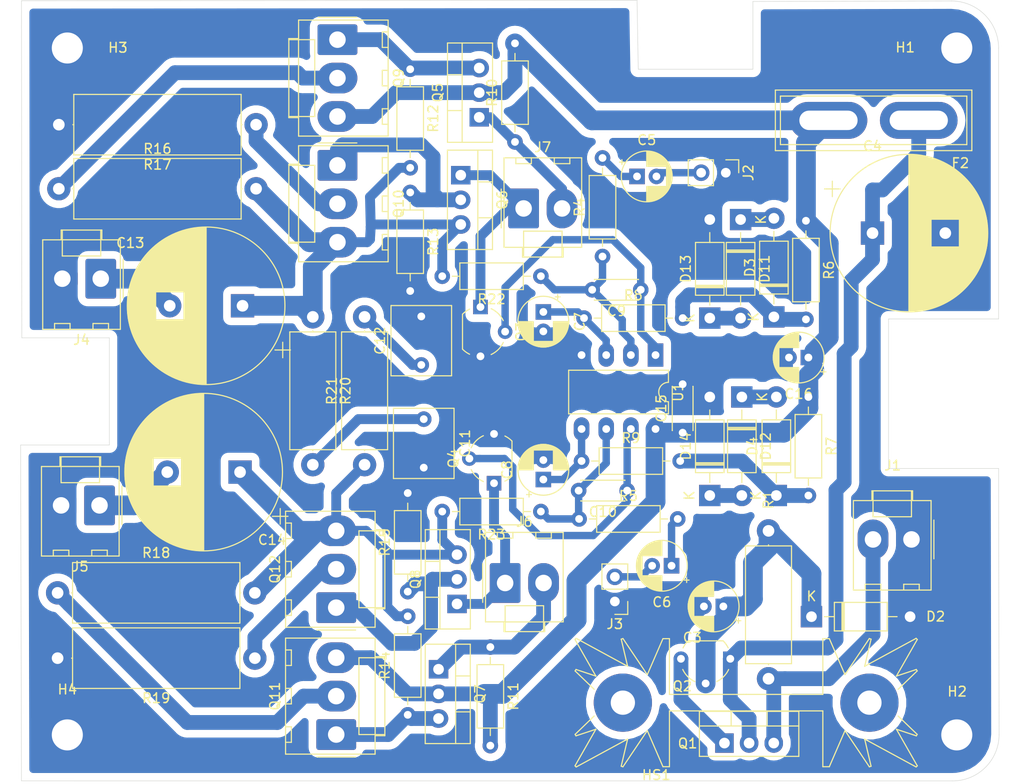
<source format=kicad_pcb>
(kicad_pcb (version 20171130) (host pcbnew 5.1.5+dfsg1-2build2)
  (title_block (title "EL CHEAPO") (date 2021-01-05) (rev 0.1) (company JDC) (comment 1 "Author: John Convertino"))
  (layers (0 F.Cu signal) (31 B.Cu signal) (34 B.Paste user) (35 F.Paste user) (36 B.SilkS user) (37 F.SilkS user) (38 B.Mask user) (39 F.Mask user) (44 Edge.Cuts user))
  (net 0 "")
  (net 1 "Net-(C1-Pad1)")
  (net 2 "Net-(C3-Pad1)")
  (net 3 "Net-(C4-Pad1)")
  (net 4 GND)
  (net 5 "Net-(C5-Pad1)")
  (net 6 "Net-(C7-Pad1)")
  (net 7 "Net-(C9-Pad1)")
  (net 8 "Net-(C10-Pad1)")
  (net 9 /amp/+V)
  (net 10 "Net-(C13-Pad2)")
  (net 11 "Net-(C12-Pad1)")
  (net 12 "Net-(C6-Pad1)")
  (net 13 "Net-(C8-Pad1)")
  (net 14 "Net-(D3-Pad1)")
  (net 15 "Net-(D4-Pad1)")
  (net 16 "Net-(Q1-Pad1)")
  (net 17 "Net-(C14-Pad2)")
  (net 18 "Net-(C9-Pad2)")
  (net 19 "Net-(C10-Pad2)")
  (net 20 "Net-(C11-Pad1)")
  (net 21 "Net-(D5-Pad2)")
  (net 22 "Net-(D7-Pad1)")
  (net 23 "Net-(D8-Pad2)")
  (net 24 "Net-(D10-Pad1)")
  (net 25 "Net-(C5-Pad2)")
  (net 26 "Net-(C6-Pad2)")
  (net 27 "Net-(C13-Pad1)")
  (net 28 "Net-(C14-Pad1)")
  (net 29 "Net-(Q5-Pad3)")
  (net 30 "Net-(Q10-Pad1)")
  (net 31 "Net-(Q12-Pad1)")
  (net 32 "Net-(Q9-Pad2)")
  (net 33 "Net-(Q10-Pad2)")
  (net 34 "Net-(Q12-Pad2)")
  (net 35 "Net-(Q11-Pad1)")
  (net 36 "Net-(Q11-Pad2)")
  (net 37 "Net-(D11-Pad1)")
  (net 38 "Net-(D12-Pad1)")
  (net 39 "Net-(D11-Pad2)")
  (net 40 "Net-(D12-Pad2)")
  (module Diode_THT:D_DO-41_SOD81_P10.16mm_Horizontal (layer F.Cu) (at 158.496 109.093 90)
    (fp_text reference D14 (at 5.08 -2.47 90) (layer F.SilkS))
    (fp_text value 1N4001)
    (fp_text user K (at 0 -2.1 90) (layer F.SilkS))
    (pad 2 thru_hole oval (at 10.16 0 90) (size 2.2 2.2) (drill 1.1) (layers *.Cu *.Mask) (net 4 GND))
    (pad 1 thru_hole rect (at 0 0 90) (size 2.2 2.2) (drill 1.1) (layers *.Cu *.Mask) (net 40 "Net-(D12-Pad2)"))
  )
  (module Diode_THT:D_DO-41_SOD81_P10.16mm_Horizontal (layer F.Cu) (at 158.496 90.805 90)
    (fp_text reference D13 (at 5.08 -2.47 90) (layer F.SilkS))
    (fp_text value 1N4001)
    (fp_text user K (at 0 -2.1 90) (layer F.SilkS))
    (pad 2 thru_hole oval (at 10.16 0 90) (size 2.2 2.2) (drill 1.1) (layers *.Cu *.Mask) (net 4 GND))
    (pad 1 thru_hole rect (at 0 0 90) (size 2.2 2.2) (drill 1.1) (layers *.Cu *.Mask) (net 39 "Net-(D11-Pad2)"))
  )
  (module Diode_THT:D_DO-41_SOD81_P10.16mm_Horizontal (layer F.Cu) (at 161.798 98.933 270)
    (fp_text reference D12 (at 5.08 -2.47 90) (layer F.SilkS))
    (fp_text value 1N4001)
    (fp_text user K (at 0 -2.1 90) (layer F.SilkS))
    (pad 2 thru_hole oval (at 10.16 0 270) (size 2.2 2.2) (drill 1.1) (layers *.Cu *.Mask) (net 40 "Net-(D12-Pad2)"))
    (pad 1 thru_hole rect (at 0 0 270) (size 2.2 2.2) (drill 1.1) (layers *.Cu *.Mask) (net 38 "Net-(D12-Pad1)"))
  )
  (module Diode_THT:D_DO-41_SOD81_P10.16mm_Horizontal (layer F.Cu) (at 161.671 80.645 270)
    (fp_text reference D11 (at 5.08 -2.47 90) (layer F.SilkS))
    (fp_text value 1N4001)
    (fp_text user K (at 0 -2.1 90) (layer F.SilkS))
    (pad 2 thru_hole oval (at 10.16 0 270) (size 2.2 2.2) (drill 1.1) (layers *.Cu *.Mask) (net 39 "Net-(D11-Pad2)"))
    (pad 1 thru_hole rect (at 0 0 270) (size 2.2 2.2) (drill 1.1) (layers *.Cu *.Mask) (net 37 "Net-(D11-Pad1)"))
  )
  (module Capacitor_THT:C_Rect_L7.0mm_W6.0mm_P5.00mm (layer F.Cu) (at 129.032 101.219 270)
    (fp_text reference C11 (at 2.5 -4.25 90) (layer F.SilkS))
    (fp_text value 100nF)
    (pad 2 thru_hole circle (at 5 0 270) (size 1.6 1.6) (drill 0.8) (layers *.Cu *.Mask) (net 4 GND))
    (pad 1 thru_hole circle (at 0 0 270) (size 1.6 1.6) (drill 0.8) (layers *.Cu *.Mask) (net 20 "Net-(C11-Pad1)"))
  )
  (module Connector_Molex:Molex_KK-396_A-41791-0002_1x02_P3.96mm_Vertical (layer F.Cu) (at 139.319 79.502)
    (fp_text reference J7 (at 1.98 -6.31) (layer F.SilkS))
    (fp_text value Conn_01x02)
    (pad 2 thru_hole oval (at 3.96 0) (size 3.16 4.1) (drill 1.7) (layers *.Cu *.Mask) (net 21 "Net-(D5-Pad2)"))
    (pad 1 thru_hole roundrect (at 0 0) (size 3.16 4.1) (drill 1.7) (layers *.Cu *.Mask) (roundrect_rratio 0.079114) (net 22 "Net-(D7-Pad1)"))
  )
  (module Connector_Molex:Molex_KK-396_A-41791-0002_1x02_P3.96mm_Vertical (layer F.Cu) (at 137.414 118.11)
    (fp_text reference J6 (at 1.98 -6.31) (layer F.SilkS))
    (fp_text value Conn_01x02)
    (pad 2 thru_hole oval (at 3.96 0) (size 3.16 4.1) (drill 1.7) (layers *.Cu *.Mask) (net 23 "Net-(D8-Pad2)"))
    (pad 1 thru_hole roundrect (at 0 0) (size 3.16 4.1) (drill 1.7) (layers *.Cu *.Mask) (roundrect_rratio 0.079114) (net 24 "Net-(D10-Pad1)"))
  )
  (module Resistor_THT:R_Axial_DIN0617_L17.0mm_D6.0mm_P20.32mm_Horizontal (layer F.Cu) (at 91.313 119.126)
    (fp_text reference R18 (at 10.16 -4.12) (layer F.SilkS))
    (fp_text value "0R47 1W")
    (pad 2 thru_hole oval (at 20.32 0) (size 2.4 2.4) (drill 1.2) (layers *.Cu *.Mask) (net 28 "Net-(C14-Pad1)"))
    (pad 1 thru_hole circle (at 0 0) (size 2.4 2.4) (drill 1.2) (layers *.Cu *.Mask) (net 36 "Net-(Q11-Pad2)"))
  )
  (module Capacitor_THT:CP_Radial_D16.0mm_P7.50mm (layer F.Cu) (at 110.109 106.68 180)
    (fp_text reference C14 (at -3.302 -6.985) (layer F.SilkS))
    (fp_text value 2200uF)
    (pad 2 thru_hole circle (at 7.5 0 180) (size 2.4 2.4) (drill 1.2) (layers *.Cu *.Mask) (net 17 "Net-(C14-Pad2)"))
    (pad 1 thru_hole rect (at 0 0 180) (size 2.4 2.4) (drill 1.2) (layers *.Cu *.Mask) (net 28 "Net-(C14-Pad1)"))
  )
  (module Capacitor_THT:CP_Radial_D16.0mm_P7.50mm (layer F.Cu) (at 110.363 89.535 180)
    (fp_text reference C13 (at 11.557 6.477) (layer F.SilkS))
    (fp_text value 2200uF)
    (pad 2 thru_hole circle (at 7.5 0 180) (size 2.4 2.4) (drill 1.2) (layers *.Cu *.Mask) (net 10 "Net-(C13-Pad2)"))
    (pad 1 thru_hole rect (at 0 0 180) (size 2.4 2.4) (drill 1.2) (layers *.Cu *.Mask) (net 27 "Net-(C13-Pad1)"))
  )
  (module Resistor_THT:R_Axial_DIN0617_L17.0mm_D6.0mm_P20.32mm_Horizontal (layer F.Cu) (at 111.633 125.857 180)
    (fp_text reference R19 (at 10.16 -4.12) (layer F.SilkS))
    (fp_text value "0R47 1W")
    (pad 2 thru_hole oval (at 20.32 0 180) (size 2.4 2.4) (drill 1.2) (layers *.Cu *.Mask) (net 4 GND))
    (pad 1 thru_hole circle (at 0 0 180) (size 2.4 2.4) (drill 1.2) (layers *.Cu *.Mask) (net 34 "Net-(Q12-Pad2)"))
  )
  (module Resistor_THT:R_Axial_DIN0617_L17.0mm_D6.0mm_P20.32mm_Horizontal (layer F.Cu) (at 111.76 70.866 180)
    (fp_text reference R17 (at 10.16 -4.12) (layer F.SilkS))
    (fp_text value "0R47 1W")
    (pad 2 thru_hole oval (at 20.32 0 180) (size 2.4 2.4) (drill 1.2) (layers *.Cu *.Mask) (net 4 GND))
    (pad 1 thru_hole circle (at 0 0 180) (size 2.4 2.4) (drill 1.2) (layers *.Cu *.Mask) (net 33 "Net-(Q10-Pad2)"))
  )
  (module Resistor_THT:R_Axial_DIN0617_L17.0mm_D6.0mm_P20.32mm_Horizontal (layer F.Cu) (at 91.44 77.47)
    (fp_text reference R16 (at 10.16 -4.12) (layer F.SilkS))
    (fp_text value "0R47 1W")
    (pad 2 thru_hole oval (at 20.32 0) (size 2.4 2.4) (drill 1.2) (layers *.Cu *.Mask) (net 27 "Net-(C13-Pad1)"))
    (pad 1 thru_hole circle (at 0 0) (size 2.4 2.4) (drill 1.2) (layers *.Cu *.Mask) (net 32 "Net-(Q9-Pad2)"))
  )
  (module Package_DIP:DIP-8_W7.62mm_LongPads (layer F.Cu) (at 152.908 94.615 270)
    (fp_text reference U1 (at 3.81 -2.33 90) (layer F.SilkS))
    (fp_text value NE5532)
    (pad 8 thru_hole oval (at 7.62 0 270) (size 2.4 1.6) (drill 0.8) (layers *.Cu *.Mask) (net 9 /amp/+V))
    (pad 4 thru_hole oval (at 0 7.62 270) (size 2.4 1.6) (drill 0.8) (layers *.Cu *.Mask) (net 4 GND))
    (pad 7 thru_hole oval (at 7.62 2.54 270) (size 2.4 1.6) (drill 0.8) (layers *.Cu *.Mask) (net 8 "Net-(C10-Pad1)"))
    (pad 3 thru_hole oval (at 0 5.08 270) (size 2.4 1.6) (drill 0.8) (layers *.Cu *.Mask) (net 6 "Net-(C7-Pad1)"))
    (pad 6 thru_hole oval (at 7.62 5.08 270) (size 2.4 1.6) (drill 0.8) (layers *.Cu *.Mask) (net 19 "Net-(C10-Pad2)"))
    (pad 2 thru_hole oval (at 0 2.54 270) (size 2.4 1.6) (drill 0.8) (layers *.Cu *.Mask) (net 18 "Net-(C9-Pad2)"))
    (pad 5 thru_hole oval (at 7.62 7.62 270) (size 2.4 1.6) (drill 0.8) (layers *.Cu *.Mask) (net 13 "Net-(C8-Pad1)"))
    (pad 1 thru_hole rect (at 0 0 270) (size 2.4 1.6) (drill 0.8) (layers *.Cu *.Mask) (net 7 "Net-(C9-Pad1)"))
  )
  (module Resistor_THT:R_Axial_DIN0207_L6.3mm_D2.5mm_P10.16mm_Horizontal (layer F.Cu) (at 141.097 110.744 180)
    (fp_text reference R23 (at 5.08 -2.37) (layer F.SilkS))
    (fp_text value 470k)
    (pad 2 thru_hole oval (at 10.16 0 180) (size 1.6 1.6) (drill 0.8) (layers *.Cu *.Mask) (net 28 "Net-(C14-Pad1)"))
    (pad 1 thru_hole circle (at 0 0 180) (size 1.6 1.6) (drill 0.8) (layers *.Cu *.Mask) (net 19 "Net-(C10-Pad2)"))
  )
  (module Resistor_THT:R_Axial_DIN0207_L6.3mm_D2.5mm_P10.16mm_Horizontal (layer F.Cu) (at 141.097 86.487 180)
    (fp_text reference R22 (at 5.08 -2.37) (layer F.SilkS))
    (fp_text value 470k)
    (pad 2 thru_hole oval (at 10.16 0 180) (size 1.6 1.6) (drill 0.8) (layers *.Cu *.Mask) (net 27 "Net-(C13-Pad1)"))
    (pad 1 thru_hole circle (at 0 0 180) (size 1.6 1.6) (drill 0.8) (layers *.Cu *.Mask) (net 18 "Net-(C9-Pad2)"))
  )
  (module Resistor_THT:R_Axial_DIN0414_L11.9mm_D4.5mm_P15.24mm_Horizontal (layer F.Cu) (at 122.936 105.918 90)
    (fp_text reference R21 (at 7.62 -3.37 90) (layer F.SilkS))
    (fp_text value "18R 1W")
    (pad 2 thru_hole oval (at 15.24 0 90) (size 2.4 2.4) (drill 1.2) (layers *.Cu *.Mask) (net 11 "Net-(C12-Pad1)"))
    (pad 1 thru_hole circle (at 0 0 90) (size 2.4 2.4) (drill 1.2) (layers *.Cu *.Mask) (net 28 "Net-(C14-Pad1)"))
  )
  (module Resistor_THT:R_Axial_DIN0414_L11.9mm_D4.5mm_P15.24mm_Horizontal (layer F.Cu) (at 117.602 90.678 270)
    (fp_text reference R20 (at 7.62 -3.37 90) (layer F.SilkS))
    (fp_text value "18R 1W")
    (pad 2 thru_hole oval (at 15.24 0 270) (size 2.4 2.4) (drill 1.2) (layers *.Cu *.Mask) (net 20 "Net-(C11-Pad1)"))
    (pad 1 thru_hole circle (at 0 0 270) (size 2.4 2.4) (drill 1.2) (layers *.Cu *.Mask) (net 27 "Net-(C13-Pad1)"))
  )
  (module Resistor_THT:R_Axial_DIN0207_L6.3mm_D2.5mm_P10.16mm_Horizontal (layer F.Cu) (at 127.381 118.999 90)
    (fp_text reference R15 (at 5.08 -2.37 90) (layer F.SilkS))
    (fp_text value 270)
    (pad 2 thru_hole oval (at 10.16 0 90) (size 1.6 1.6) (drill 0.8) (layers *.Cu *.Mask) (net 4 GND))
    (pad 1 thru_hole circle (at 0 0 90) (size 1.6 1.6) (drill 0.8) (layers *.Cu *.Mask) (net 31 "Net-(Q12-Pad1)"))
  )
  (module Resistor_THT:R_Axial_DIN0207_L6.3mm_D2.5mm_P10.16mm_Horizontal (layer F.Cu) (at 127.381 131.699 90)
    (fp_text reference R14 (at 5.08 -2.37 90) (layer F.SilkS))
    (fp_text value 270)
    (pad 2 thru_hole oval (at 10.16 0 90) (size 1.6 1.6) (drill 0.8) (layers *.Cu *.Mask) (net 28 "Net-(C14-Pad1)"))
    (pad 1 thru_hole circle (at 0 0 90) (size 1.6 1.6) (drill 0.8) (layers *.Cu *.Mask) (net 35 "Net-(Q11-Pad1)"))
  )
  (module Resistor_THT:R_Axial_DIN0207_L6.3mm_D2.5mm_P10.16mm_Horizontal (layer F.Cu) (at 127.635 77.851 270)
    (fp_text reference R13 (at 5.08 -2.37 90) (layer F.SilkS))
    (fp_text value 270)
    (pad 2 thru_hole oval (at 10.16 0 270) (size 1.6 1.6) (drill 0.8) (layers *.Cu *.Mask) (net 4 GND))
    (pad 1 thru_hole circle (at 0 0 270) (size 1.6 1.6) (drill 0.8) (layers *.Cu *.Mask) (net 30 "Net-(Q10-Pad1)"))
  )
  (module Resistor_THT:R_Axial_DIN0207_L6.3mm_D2.5mm_P10.16mm_Horizontal (layer F.Cu) (at 127.635 65.151 270)
    (fp_text reference R12 (at 5.08 -2.37 90) (layer F.SilkS))
    (fp_text value 270)
    (pad 2 thru_hole oval (at 10.16 0 270) (size 1.6 1.6) (drill 0.8) (layers *.Cu *.Mask) (net 27 "Net-(C13-Pad1)"))
    (pad 1 thru_hole circle (at 0 0 270) (size 1.6 1.6) (drill 0.8) (layers *.Cu *.Mask) (net 29 "Net-(Q5-Pad3)"))
  )
  (module Resistor_THT:R_Axial_DIN0207_L6.3mm_D2.5mm_P10.16mm_Horizontal (layer F.Cu) (at 135.89 124.714 270)
    (fp_text reference R11 (at 5.08 -2.37 90) (layer F.SilkS))
    (fp_text value 1K)
    (pad 2 thru_hole oval (at 10.16 0 270) (size 1.6 1.6) (drill 0.8) (layers *.Cu *.Mask) (net 9 /amp/+V))
    (pad 1 thru_hole circle (at 0 0 270) (size 1.6 1.6) (drill 0.8) (layers *.Cu *.Mask) (net 23 "Net-(D8-Pad2)"))
  )
  (module Resistor_THT:R_Axial_DIN0207_L6.3mm_D2.5mm_P10.16mm_Horizontal (layer F.Cu) (at 138.43 72.644 90)
    (fp_text reference R10 (at 5.08 -2.37 90) (layer F.SilkS))
    (fp_text value 1k)
    (pad 2 thru_hole oval (at 10.16 0 90) (size 1.6 1.6) (drill 0.8) (layers *.Cu *.Mask) (net 9 /amp/+V))
    (pad 1 thru_hole circle (at 0 0 90) (size 1.6 1.6) (drill 0.8) (layers *.Cu *.Mask) (net 21 "Net-(D5-Pad2)"))
  )
  (module Resistor_THT:R_Axial_DIN0207_L6.3mm_D2.5mm_P10.16mm_Horizontal (layer F.Cu) (at 145.288 105.537)
    (fp_text reference R9 (at 5.08 -2.37) (layer F.SilkS))
    (fp_text value 100K)
    (pad 2 thru_hole oval (at 10.16 0) (size 1.6 1.6) (drill 0.8) (layers *.Cu *.Mask) (net 15 "Net-(D4-Pad1)"))
    (pad 1 thru_hole circle (at 0 0) (size 1.6 1.6) (drill 0.8) (layers *.Cu *.Mask) (net 13 "Net-(C8-Pad1)"))
  )
  (module Resistor_THT:R_Axial_DIN0207_L6.3mm_D2.5mm_P10.16mm_Horizontal (layer F.Cu) (at 145.542 90.805)
    (fp_text reference R8 (at 5.08 -2.37) (layer F.SilkS))
    (fp_text value 100K)
    (pad 2 thru_hole oval (at 10.16 0) (size 1.6 1.6) (drill 0.8) (layers *.Cu *.Mask) (net 14 "Net-(D3-Pad1)"))
    (pad 1 thru_hole circle (at 0 0) (size 1.6 1.6) (drill 0.8) (layers *.Cu *.Mask) (net 6 "Net-(C7-Pad1)"))
  )
  (module Resistor_THT:R_Axial_DIN0207_L6.3mm_D2.5mm_P10.16mm_Horizontal (layer F.Cu) (at 168.656 98.933 270)
    (fp_text reference R7 (at 5.08 -2.37 90) (layer F.SilkS))
    (fp_text value 22K)
    (pad 2 thru_hole oval (at 10.16 0 270) (size 1.6 1.6) (drill 0.8) (layers *.Cu *.Mask) (net 15 "Net-(D4-Pad1)"))
    (pad 1 thru_hole circle (at 0 0 270) (size 1.6 1.6) (drill 0.8) (layers *.Cu *.Mask) (net 9 /amp/+V))
  )
  (module Resistor_THT:R_Axial_DIN0207_L6.3mm_D2.5mm_P10.16mm_Horizontal (layer F.Cu) (at 168.402 80.772 270)
    (fp_text reference R6 (at 5.08 -2.37 90) (layer F.SilkS))
    (fp_text value 22K)
    (pad 2 thru_hole oval (at 10.16 0 270) (size 1.6 1.6) (drill 0.8) (layers *.Cu *.Mask) (net 14 "Net-(D3-Pad1)"))
    (pad 1 thru_hole circle (at 0 0 270) (size 1.6 1.6) (drill 0.8) (layers *.Cu *.Mask) (net 9 /amp/+V))
  )
  (module Resistor_THT:R_Axial_DIN0207_L6.3mm_D2.5mm_P10.16mm_Horizontal (layer F.Cu) (at 145.034 111.506)
    (fp_text reference R5 (at 5.08 -2.37) (layer F.SilkS))
    (fp_text value 47k)
    (pad 2 thru_hole oval (at 10.16 0) (size 1.6 1.6) (drill 0.8) (layers *.Cu *.Mask) (net 12 "Net-(C6-Pad1)"))
    (pad 1 thru_hole circle (at 0 0) (size 1.6 1.6) (drill 0.8) (layers *.Cu *.Mask) (net 19 "Net-(C10-Pad2)"))
  )
  (module Resistor_THT:R_Axial_DIN0207_L6.3mm_D2.5mm_P10.16mm_Horizontal (layer F.Cu) (at 147.447 84.455 90)
    (fp_text reference R4 (at 5.08 -2.37 90) (layer F.SilkS))
    (fp_text value 47k)
    (pad 2 thru_hole oval (at 10.16 0 90) (size 1.6 1.6) (drill 0.8) (layers *.Cu *.Mask) (net 5 "Net-(C5-Pad1)"))
    (pad 1 thru_hole circle (at 0 0 90) (size 1.6 1.6) (drill 0.8) (layers *.Cu *.Mask) (net 18 "Net-(C9-Pad2)"))
  )
  (module Connector_Molex:Molex_KK-396_A-41791-0003_1x03_P3.96mm_Vertical (layer F.Cu) (at 120.015 120.65 90)
    (fp_text reference Q12 (at 3.96 -6.31 90) (layer F.SilkS))
    (fp_text value 2N3055)
    (pad 3 thru_hole oval (at 7.92 0 90) (size 3.16 4.1) (drill 1.7) (layers *.Cu *.Mask) (net 28 "Net-(C14-Pad1)"))
    (pad 2 thru_hole oval (at 3.96 0 90) (size 3.16 4.1) (drill 1.7) (layers *.Cu *.Mask) (net 34 "Net-(Q12-Pad2)"))
    (pad 1 thru_hole roundrect (at 0 0 90) (size 3.16 4.1) (drill 1.7) (layers *.Cu *.Mask) (roundrect_rratio 0.079114) (net 31 "Net-(Q12-Pad1)"))
  )
  (module Connector_Molex:Molex_KK-396_A-41791-0003_1x03_P3.96mm_Vertical (layer F.Cu) (at 120.015 133.731 90)
    (fp_text reference Q11 (at 3.96 -6.31 90) (layer F.SilkS))
    (fp_text value 2N3055)
    (pad 3 thru_hole oval (at 7.92 0 90) (size 3.16 4.1) (drill 1.7) (layers *.Cu *.Mask) (net 9 /amp/+V))
    (pad 2 thru_hole oval (at 3.96 0 90) (size 3.16 4.1) (drill 1.7) (layers *.Cu *.Mask) (net 36 "Net-(Q11-Pad2)"))
    (pad 1 thru_hole roundrect (at 0 0 90) (size 3.16 4.1) (drill 1.7) (layers *.Cu *.Mask) (roundrect_rratio 0.079114) (net 35 "Net-(Q11-Pad1)"))
  )
  (module Connector_Molex:Molex_KK-396_A-41791-0003_1x03_P3.96mm_Vertical (layer F.Cu) (at 120.142 75.057 270)
    (fp_text reference Q10 (at 3.96 -6.31 90) (layer F.SilkS))
    (fp_text value 2N3055)
    (pad 3 thru_hole oval (at 7.92 0 270) (size 3.16 4.1) (drill 1.7) (layers *.Cu *.Mask) (net 27 "Net-(C13-Pad1)"))
    (pad 2 thru_hole oval (at 3.96 0 270) (size 3.16 4.1) (drill 1.7) (layers *.Cu *.Mask) (net 33 "Net-(Q10-Pad2)"))
    (pad 1 thru_hole roundrect (at 0 0 270) (size 3.16 4.1) (drill 1.7) (layers *.Cu *.Mask) (roundrect_rratio 0.079114) (net 30 "Net-(Q10-Pad1)"))
  )
  (module Connector_Molex:Molex_KK-396_A-41791-0003_1x03_P3.96mm_Vertical (layer F.Cu) (at 120.142 62.103 270)
    (fp_text reference Q9 (at 3.96 -6.31 90) (layer F.SilkS))
    (fp_text value 2N3055)
    (pad 3 thru_hole oval (at 7.92 0 270) (size 3.16 4.1) (drill 1.7) (layers *.Cu *.Mask) (net 9 /amp/+V))
    (pad 2 thru_hole oval (at 3.96 0 270) (size 3.16 4.1) (drill 1.7) (layers *.Cu *.Mask) (net 32 "Net-(Q9-Pad2)"))
    (pad 1 thru_hole roundrect (at 0 0 270) (size 3.16 4.1) (drill 1.7) (layers *.Cu *.Mask) (roundrect_rratio 0.079114) (net 29 "Net-(Q5-Pad3)"))
  )
  (module Package_TO_SOT_THT:TO-220-3_Vertical (layer F.Cu) (at 132.461 120.269 90)
    (fp_text reference Q8 (at 2.54 -4.27 90) (layer F.SilkS))
    (fp_text value TIP32A)
    (pad 3 thru_hole oval (at 5.08 0 90) (size 1.905 2) (drill 1.1) (layers *.Cu *.Mask) (net 28 "Net-(C14-Pad1)"))
    (pad 2 thru_hole oval (at 2.54 0 90) (size 1.905 2) (drill 1.1) (layers *.Cu *.Mask) (net 31 "Net-(Q12-Pad1)"))
    (pad 1 thru_hole rect (at 0 0 90) (size 1.905 2) (drill 1.1) (layers *.Cu *.Mask) (net 24 "Net-(D10-Pad1)"))
  )
  (module Package_TO_SOT_THT:TO-220-3_Vertical (layer F.Cu) (at 130.556 127 270)
    (fp_text reference Q7 (at 2.54 -4.27 90) (layer F.SilkS))
    (fp_text value TIP31A)
    (pad 3 thru_hole oval (at 5.08 0 270) (size 1.905 2) (drill 1.1) (layers *.Cu *.Mask) (net 35 "Net-(Q11-Pad1)"))
    (pad 2 thru_hole oval (at 2.54 0 270) (size 1.905 2) (drill 1.1) (layers *.Cu *.Mask) (net 9 /amp/+V))
    (pad 1 thru_hole rect (at 0 0 270) (size 1.905 2) (drill 1.1) (layers *.Cu *.Mask) (net 23 "Net-(D8-Pad2)"))
  )
  (module Package_TO_SOT_THT:TO-220-3_Vertical (layer F.Cu) (at 132.842 76.073 270)
    (fp_text reference Q6 (at 2.54 -4.27 90) (layer F.SilkS))
    (fp_text value TIP32A)
    (pad 3 thru_hole oval (at 5.08 0 270) (size 1.905 2) (drill 1.1) (layers *.Cu *.Mask) (net 27 "Net-(C13-Pad1)"))
    (pad 2 thru_hole oval (at 2.54 0 270) (size 1.905 2) (drill 1.1) (layers *.Cu *.Mask) (net 30 "Net-(Q10-Pad1)"))
    (pad 1 thru_hole rect (at 0 0 270) (size 1.905 2) (drill 1.1) (layers *.Cu *.Mask) (net 22 "Net-(D7-Pad1)"))
  )
  (module Package_TO_SOT_THT:TO-220-3_Vertical (layer F.Cu) (at 134.747 70.104 90)
    (fp_text reference Q5 (at 2.54 -4.27 90) (layer F.SilkS))
    (fp_text value TIP31A)
    (pad 3 thru_hole oval (at 5.08 0 90) (size 1.905 2) (drill 1.1) (layers *.Cu *.Mask) (net 29 "Net-(Q5-Pad3)"))
    (pad 2 thru_hole oval (at 2.54 0 90) (size 1.905 2) (drill 1.1) (layers *.Cu *.Mask) (net 9 /amp/+V))
    (pad 1 thru_hole rect (at 0 0 90) (size 1.905 2) (drill 1.1) (layers *.Cu *.Mask) (net 21 "Net-(D5-Pad2)"))
  )
  (module Package_TO_SOT_THT:TO-92_Wide (layer F.Cu) (at 136.271 107.823 90)
    (fp_text reference Q4 (at 2.55 -4.19 90) (layer F.SilkS))
    (fp_text value 2N3906)
    (pad 1 thru_hole rect (at 0 0 180) (size 1.5 1.5) (drill 0.8) (layers *.Cu *.Mask) (net 24 "Net-(D10-Pad1)"))
    (pad 3 thru_hole circle (at 5.08 0 180) (size 1.5 1.5) (drill 0.8) (layers *.Cu *.Mask) (net 4 GND))
    (pad 2 thru_hole circle (at 2.54 -2.54 180) (size 1.5 1.5) (drill 0.8) (layers *.Cu *.Mask) (net 8 "Net-(C10-Pad1)"))
  )
  (module Package_TO_SOT_THT:TO-92_Wide (layer F.Cu) (at 134.874 89.662 270)
    (fp_text reference Q3 (at 2.55 -4.19 90) (layer F.SilkS))
    (fp_text value 2N3906)
    (pad 1 thru_hole rect (at 0 0) (size 1.5 1.5) (drill 0.8) (layers *.Cu *.Mask) (net 22 "Net-(D7-Pad1)"))
    (pad 3 thru_hole circle (at 5.08 0) (size 1.5 1.5) (drill 0.8) (layers *.Cu *.Mask) (net 4 GND))
    (pad 2 thru_hole circle (at 2.54 -2.54) (size 1.5 1.5) (drill 0.8) (layers *.Cu *.Mask) (net 7 "Net-(C9-Pad1)"))
  )
  (module Connector_Molex:Molex_KK-396_A-41791-0002_1x02_P3.96mm_Vertical (layer F.Cu) (at 95.631 110.109 180)
    (fp_text reference J5 (at 1.98 -6.31) (layer F.SilkS))
    (fp_text value Conn_01x02)
    (pad 2 thru_hole oval (at 3.96 0 180) (size 3.16 4.1) (drill 1.7) (layers *.Cu *.Mask) (net 4 GND))
    (pad 1 thru_hole roundrect (at 0 0 180) (size 3.16 4.1) (drill 1.7) (layers *.Cu *.Mask) (roundrect_rratio 0.079114) (net 17 "Net-(C14-Pad2)"))
  )
  (module Connector_Molex:Molex_KK-396_A-41791-0002_1x02_P3.96mm_Vertical (layer F.Cu) (at 95.758 86.741 180)
    (fp_text reference J4 (at 1.98 -6.31) (layer F.SilkS))
    (fp_text value Conn_01x02)
    (pad 2 thru_hole oval (at 3.96 0 180) (size 3.16 4.1) (drill 1.7) (layers *.Cu *.Mask) (net 4 GND))
    (pad 1 thru_hole roundrect (at 0 0 180) (size 3.16 4.1) (drill 1.7) (layers *.Cu *.Mask) (roundrect_rratio 0.079114) (net 10 "Net-(C13-Pad2)"))
  )
  (module Connector_PinHeader_2.54mm:PinHeader_1x02_P2.54mm_Vertical (layer F.Cu) (at 148.717 120.015 180)
    (fp_text reference J3 (at 0 -2.33) (layer F.SilkS))
    (fp_text value Conn_01x02)
    (pad 2 thru_hole oval (at 0 2.54 180) (size 1.7 1.7) (drill 1) (layers *.Cu *.Mask) (net 26 "Net-(C6-Pad2)"))
    (pad 1 thru_hole rect (at 0 0 180) (size 1.7 1.7) (drill 1) (layers *.Cu *.Mask) (net 4 GND))
  )
  (module Connector_PinHeader_2.54mm:PinHeader_1x02_P2.54mm_Vertical (layer F.Cu) (at 160.147 75.819 270)
    (fp_text reference J2 (at 0 -2.33 90) (layer F.SilkS))
    (fp_text value Conn_01x02)
    (pad 2 thru_hole oval (at 0 2.54 270) (size 1.7 1.7) (drill 1) (layers *.Cu *.Mask) (net 25 "Net-(C5-Pad2)"))
    (pad 1 thru_hole rect (at 0 0 270) (size 1.7 1.7) (drill 1) (layers *.Cu *.Mask) (net 4 GND))
  )
  (module Diode_THT:D_DO-41_SOD81_P10.16mm_Horizontal (layer F.Cu) (at 165.354 109.093 90)
    (fp_text reference D4 (at 5.08 -2.47 90) (layer F.SilkS))
    (fp_text value 1N47xxA)
    (fp_text user K (at 0 -2.1 90) (layer F.SilkS))
    (pad 2 thru_hole oval (at 10.16 0 90) (size 2.2 2.2) (drill 1.1) (layers *.Cu *.Mask) (net 38 "Net-(D12-Pad1)"))
    (pad 1 thru_hole rect (at 0 0 90) (size 2.2 2.2) (drill 1.1) (layers *.Cu *.Mask) (net 15 "Net-(D4-Pad1)"))
  )
  (module Diode_THT:D_DO-41_SOD81_P10.16mm_Horizontal (layer F.Cu) (at 165.1 90.678 90)
    (fp_text reference D3 (at 5.08 -2.47 90) (layer F.SilkS))
    (fp_text value 1N47xxA)
    (fp_text user K (at 0 -2.1 90) (layer F.SilkS))
    (pad 2 thru_hole oval (at 10.16 0 90) (size 2.2 2.2) (drill 1.1) (layers *.Cu *.Mask) (net 37 "Net-(D11-Pad1)"))
    (pad 1 thru_hole rect (at 0 0 90) (size 2.2 2.2) (drill 1.1) (layers *.Cu *.Mask) (net 14 "Net-(D3-Pad1)"))
  )
  (module Capacitor_THT:CP_Radial_D5.0mm_P2.00mm (layer F.Cu) (at 168.656 94.869 180)
    (fp_text reference C16 (at 1 -3.75) (layer F.SilkS))
    (fp_text value 10uF)
    (pad 2 thru_hole circle (at 2 0 180) (size 1.6 1.6) (drill 0.8) (layers *.Cu *.Mask) (net 4 GND))
    (pad 1 thru_hole rect (at 0 0 180) (size 1.6 1.6) (drill 0.8) (layers *.Cu *.Mask) (net 9 /amp/+V))
  )
  (module Capacitor_THT:C_Disc_D4.3mm_W1.9mm_P5.00mm (layer F.Cu) (at 155.702 102.616 90)
    (fp_text reference C15 (at 2.5 -2.2 90) (layer F.SilkS))
    (fp_text value 0.1uF)
    (pad 2 thru_hole circle (at 5 0 90) (size 1.6 1.6) (drill 0.8) (layers *.Cu *.Mask) (net 4 GND))
    (pad 1 thru_hole circle (at 0 0 90) (size 1.6 1.6) (drill 0.8) (layers *.Cu *.Mask) (net 9 /amp/+V))
  )
  (module Capacitor_THT:C_Rect_L7.0mm_W6.0mm_P5.00mm (layer F.Cu) (at 128.778 95.631 90)
    (fp_text reference C12 (at 2.5 -4.25 90) (layer F.SilkS))
    (fp_text value 100nF)
    (pad 2 thru_hole circle (at 5 0 90) (size 1.6 1.6) (drill 0.8) (layers *.Cu *.Mask) (net 4 GND))
    (pad 1 thru_hole circle (at 0 0 90) (size 1.6 1.6) (drill 0.8) (layers *.Cu *.Mask) (net 11 "Net-(C12-Pad1)"))
  )
  (module Capacitor_THT:C_Disc_D4.3mm_W1.9mm_P5.00mm (layer F.Cu) (at 149.987 108.585 180)
    (fp_text reference C10 (at 2.5 -2.2) (layer F.SilkS))
    (fp_text value 1pF)
    (pad 2 thru_hole circle (at 5 0 180) (size 1.6 1.6) (drill 0.8) (layers *.Cu *.Mask) (net 19 "Net-(C10-Pad2)"))
    (pad 1 thru_hole circle (at 0 0 180) (size 1.6 1.6) (drill 0.8) (layers *.Cu *.Mask) (net 8 "Net-(C10-Pad1)"))
  )
  (module Capacitor_THT:C_Disc_D4.3mm_W1.9mm_P5.00mm (layer F.Cu) (at 151.384 87.884 180)
    (fp_text reference C9 (at 2.5 -2.2) (layer F.SilkS))
    (fp_text value 1pF)
    (pad 2 thru_hole circle (at 5 0 180) (size 1.6 1.6) (drill 0.8) (layers *.Cu *.Mask) (net 18 "Net-(C9-Pad2)"))
    (pad 1 thru_hole circle (at 0 0 180) (size 1.6 1.6) (drill 0.8) (layers *.Cu *.Mask) (net 7 "Net-(C9-Pad1)"))
  )
  (module Capacitor_THT:CP_Radial_D5.0mm_P2.00mm (layer F.Cu) (at 141.351 107.442 90)
    (fp_text reference C8 (at 1 -3.75 90) (layer F.SilkS))
    (fp_text value 10uF)
    (pad 2 thru_hole circle (at 2 0 90) (size 1.6 1.6) (drill 0.8) (layers *.Cu *.Mask) (net 4 GND))
    (pad 1 thru_hole rect (at 0 0 90) (size 1.6 1.6) (drill 0.8) (layers *.Cu *.Mask) (net 13 "Net-(C8-Pad1)"))
  )
  (module Capacitor_THT:CP_Radial_D5.0mm_P2.00mm (layer F.Cu) (at 141.351 90.17 270)
    (fp_text reference C7 (at 1 -3.75 90) (layer F.SilkS))
    (fp_text value 10uF)
    (pad 2 thru_hole circle (at 2 0 270) (size 1.6 1.6) (drill 0.8) (layers *.Cu *.Mask) (net 4 GND))
    (pad 1 thru_hole rect (at 0 0 270) (size 1.6 1.6) (drill 0.8) (layers *.Cu *.Mask) (net 6 "Net-(C7-Pad1)"))
  )
  (module Capacitor_THT:CP_Radial_D5.0mm_P2.00mm (layer F.Cu) (at 154.559 116.332 180)
    (fp_text reference C6 (at 1 -3.75) (layer F.SilkS))
    (fp_text value 10uF)
    (pad 2 thru_hole circle (at 2 0 180) (size 1.6 1.6) (drill 0.8) (layers *.Cu *.Mask) (net 26 "Net-(C6-Pad2)"))
    (pad 1 thru_hole rect (at 0 0 180) (size 1.6 1.6) (drill 0.8) (layers *.Cu *.Mask) (net 12 "Net-(C6-Pad1)"))
  )
  (module Capacitor_THT:CP_Radial_D5.0mm_P2.00mm (layer F.Cu) (at 151.003 76.2)
    (fp_text reference C5 (at 1 -3.75) (layer F.SilkS))
    (fp_text value 10uF)
    (pad 2 thru_hole circle (at 2 0) (size 1.6 1.6) (drill 0.8) (layers *.Cu *.Mask) (net 25 "Net-(C5-Pad2)"))
    (pad 1 thru_hole rect (at 0 0) (size 1.6 1.6) (drill 0.8) (layers *.Cu *.Mask) (net 5 "Net-(C5-Pad1)"))
  )
  (module Capacitor_THT:CP_Radial_D5.0mm_P2.00mm (layer F.Cu) (at 159.893 120.523 180)
    (fp_text reference C3 (at 3.19532 -3.21564) (layer F.SilkS))
    (fp_text value 10uF)
    (pad 2 thru_hole circle (at 2 0 180) (size 1.6 1.6) (drill 0.8) (layers *.Cu *.Mask) (net 4 GND))
    (pad 1 thru_hole rect (at 0 0 180) (size 1.6 1.6) (drill 0.8) (layers *.Cu *.Mask) (net 2 "Net-(C3-Pad1)"))
  )
  (module Capacitor_THT:CP_Radial_D16.0mm_P7.50mm (layer F.Cu) (at 175.26 82.042)
    (fp_text reference C4 (at 0.00508 -8.97128) (layer F.SilkS))
    (fp_text value 1000uF)
    (pad 2 thru_hole circle (at 7.5 0) (size 2.4 2.4) (drill 1.2) (layers *.Cu *.Mask) (net 4 GND))
    (pad 1 thru_hole rect (at 0 0) (size 2.4 2.4) (drill 1.2) (layers *.Cu *.Mask) (net 3 "Net-(C4-Pad1)"))
  )
  (module Package_TO_SOT_THT:TO-220-3_Vertical (layer F.Cu) (at 160.0073 134.60984)
    (fp_text reference Q1 (at -3.79222 0.03556) (layer F.SilkS))
    (fp_text value TIP32A)
    (pad 3 thru_hole oval (at 5.08 0) (size 1.905 2) (drill 1.1) (layers *.Cu *.Mask) (net 1 "Net-(C1-Pad1)"))
    (pad 2 thru_hole oval (at 2.54 0) (size 1.905 2) (drill 1.1) (layers *.Cu *.Mask) (net 3 "Net-(C4-Pad1)"))
    (pad 1 thru_hole rect (at 0 0) (size 1.905 2) (drill 1.1) (layers *.Cu *.Mask) (net 16 "Net-(Q1-Pad1)"))
  )
  (module Package_TO_SOT_THT:TO-92_Wide (layer F.Cu) (at 160.60928 125.92304 180)
    (fp_text reference Q2 (at 4.93776 -2.82956) (layer F.SilkS))
    (fp_text value 2N3904)
    (pad 1 thru_hole rect (at 0 0 270) (size 1.5 1.5) (drill 0.8) (layers *.Cu *.Mask) (net 3 "Net-(C4-Pad1)"))
    (pad 3 thru_hole circle (at 5.08 0 270) (size 1.5 1.5) (drill 0.8) (layers *.Cu *.Mask) (net 16 "Net-(Q1-Pad1)"))
    (pad 2 thru_hole circle (at 2.54 -2.54 270) (size 1.5 1.5) (drill 0.8) (layers *.Cu *.Mask) (net 2 "Net-(C3-Pad1)"))
  )
  (module Resistor_THT:R_Axial_DIN0414_L11.9mm_D4.5mm_P15.24mm_Horizontal (layer F.Cu) (at 164.54628 127.97536 90)
    (fp_text reference R1 (at 18.45564 0 90) (layer F.SilkS))
    (fp_text value "820R 2W")
    (pad 2 thru_hole oval (at 15.24 0 90) (size 2.4 2.4) (drill 1.2) (layers *.Cu *.Mask) (net 2 "Net-(C3-Pad1)"))
    (pad 1 thru_hole circle (at 0 0 90) (size 2.4 2.4) (drill 1.2) (layers *.Cu *.Mask) (net 1 "Net-(C1-Pad1)"))
  )
  (module MountingHole:MountingHole_3.2mm_M3_Pad (layer F.Cu) (at 92.31376 133.76656)
    (fp_text reference H4 (at 0.00508 -4.68376) (layer F.SilkS))
    (fp_text value MountingHole_Pad)
    (pad 1 thru_hole circle (at 0 0) (size 6.4 6.4) (drill 3.2) (layers *.Cu *.Mask) (net 4 GND))
  )
  (module MountingHole:MountingHole_3.2mm_M3_Pad (layer F.Cu) (at 92.31376 62.96152)
    (fp_text reference H3 (at 5.21208 -0.03048) (layer F.SilkS))
    (fp_text value MountingHole_Pad)
    (pad 1 thru_hole circle (at 0 0) (size 6.4 6.4) (drill 3.2) (layers *.Cu *.Mask) (net 4 GND))
  )
  (module MountingHole:MountingHole_3.2mm_M3_Pad (layer F.Cu) (at 183.94172 133.76656)
    (fp_text reference H2 (at 0.03556 -4.46532) (layer F.SilkS))
    (fp_text value MountingHole_Pad)
    (pad 1 thru_hole circle (at 0 0) (size 6.4 6.4) (drill 3.2) (layers *.Cu *.Mask) (net 4 GND))
  )
  (module MountingHole:MountingHole_3.2mm_M3_Pad (layer F.Cu) (at 183.94172 62.96152)
    (fp_text reference H1 (at -5.31368 -0.05588) (layer F.SilkS))
    (fp_text value MountingHole_Pad)
    (pad 1 thru_hole circle (at 0 0) (size 6.4 6.4) (drill 3.2) (layers *.Cu *.Mask) (net 4 GND))
  )
  (module Connector_Molex:Molex_KK-396_A-41791-0002_1x02_P3.96mm_Vertical (layer F.Cu) (at 179.2732 113.61928 180)
    (fp_text reference J1 (at 1.9304 7.62) (layer F.SilkS))
    (fp_text value Conn_01x02)
    (pad 2 thru_hole oval (at 3.96 0 180) (size 3.16 4.1) (drill 1.7) (layers *.Cu *.Mask) (net 1 "Net-(C1-Pad1)"))
    (pad 1 thru_hole roundrect (at 0 0 180) (size 3.16 4.1) (drill 1.7) (layers *.Cu *.Mask) (roundrect_rratio 0.079114) (net 4 GND))
  )
  (module Heatsink:Heatsink_Fischer_SK104-STC-STIC_35x13mm_2xDrill2.5mm (layer F.Cu) (at 162.2425 130.44424 180)
    (fp_text reference HS1 (at 9.2583 -7.46252) (layer F.SilkS))
    (fp_text value Heatsink)
    (pad 1 thru_hole circle (at -12.7 0) (size 6 6) (drill 2.5) (layers *.Cu *.Mask))
    (pad 1 thru_hole circle (at 12.7 0 180) (size 6 6) (drill 2.5) (layers *.Cu *.Mask))
  )
  (module Fuse:Fuse_Blade_ATO_directSolder (layer F.Cu) (at 170.72356 70.41896)
    (fp_text reference F2 (at 13.58392 4.40944) (layer F.SilkS))
    (fp_text value 2A)
    (pad 2 thru_hole oval (at 9.3 0) (size 8 3.8) (drill oval 6 2) (layers *.Cu *.Mask) (net 3 "Net-(C4-Pad1)"))
    (pad 1 thru_hole oval (at 0 0) (size 8 3.8) (drill oval 6 2) (layers *.Cu *.Mask) (net 9 /amp/+V))
  )
  (module Diode_THT:D_DO-41_SOD81_P10.16mm_Horizontal (layer F.Cu) (at 168.97096 121.57964)
    (fp_text reference D2 (at 12.78636 -0.01016) (layer F.SilkS))
    (fp_text value 39V)
    (fp_text user K (at 0 -2.1) (layer F.SilkS))
    (pad 2 thru_hole oval (at 10.16 0) (size 2.2 2.2) (drill 1.1) (layers *.Cu *.Mask) (net 4 GND))
    (pad 1 thru_hole rect (at 0 0) (size 2.2 2.2) (drill 1.1) (layers *.Cu *.Mask) (net 2 "Net-(C3-Pad1)"))
  )
  (gr_line (start 87.503 103.886) (end 87.5919 138.5062) (layer Edge.Cuts) (width 0.05))
  (gr_line (start 96.647 103.886) (end 87.503 103.886) (layer Edge.Cuts) (width 0.05))
  (gr_line (start 96.647 92.837) (end 96.647 103.886) (layer Edge.Cuts) (width 0.05))
  (gr_line (start 87.63 92.837) (end 96.647 92.837) (layer Edge.Cuts) (width 0.05))
  (gr_line (start 87.5919 58.0898) (end 87.63 92.837) (layer Edge.Cuts) (width 0.05))
  (gr_line (start 151.003 58.039) (end 87.5919 58.0898) (layer Edge.Cuts) (width 0.05))
  (gr_line (start 151.13 65.151) (end 151.003 58.039) (layer Edge.Cuts) (width 0.05))
  (gr_line (start 162.941 65.151) (end 151.13 65.151) (layer Edge.Cuts) (width 0.05))
  (gr_line (start 162.941 58.166) (end 162.941 65.151) (layer Edge.Cuts) (width 0.05))
  (gr_line (start 183.42561 58.115363) (end 162.941 58.166) (layer Edge.Cuts) (width 0.05))
  (gr_arc (start 183.514882 133.723534) (end 183.474243 138.508893) (angle -90.21471261) (layer Edge.Cuts) (width 0.05))
  (gr_arc (start 183.382921 62.981839) (end 188.24956 62.9666) (angle -89.31799581) (layer Edge.Cuts) (width 0.05))
  (gr_line (start 188.24956 90.89136) (end 188.24956 62.9666) (layer Edge.Cuts) (width 0.05))
  (gr_line (start 188.30036 133.74624) (end 188.24956 106.30408) (layer Edge.Cuts) (width 0.05))
  (gr_line (start 176.911 90.89136) (end 188.24956 90.89136) (layer Edge.Cuts) (width 0.05))
  (gr_line (start 176.911 106.30408) (end 176.911 90.89136) (layer Edge.Cuts) (width 0.05))
  (gr_line (start 188.24956 106.30408) (end 176.911 106.30408) (layer Edge.Cuts) (width 0.05))
  (gr_line (start 87.5919 138.5062) (end 183.474243 138.508893) (layer Edge.Cuts) (width 0.05))
  (segment (start 165.0873 128.51638) (end 165.0873 134.60984) (width 1.524) (layer B.Cu) (net 1))
  (segment (start 164.54628 127.97536) (end 165.0873 128.51638) (width 1.524) (layer B.Cu) (net 1))
  (segment (start 166.243336 127.97536) (end 164.54628 127.97536) (width 1.524) (layer B.Cu) (net 1))
  (segment (start 170.755609 127.97536) (end 166.243336 127.97536) (width 1.524) (layer B.Cu) (net 1))
  (segment (start 175.3132 123.417769) (end 170.755609 127.97536) (width 1.524) (layer B.Cu) (net 1))
  (segment (start 175.3132 113.61928) (end 175.3132 123.417769) (width 1.524) (layer B.Cu) (net 1))
  (segment (start 168.97096 117.16004) (end 164.54628 112.73536) (width 2.032) (layer B.Cu) (net 2))
  (segment (start 168.97096 121.57964) (end 168.97096 117.16004) (width 2.032) (layer B.Cu) (net 2))
  (segment (start 162.179 120.523) (end 160.242401 120.523) (width 2.032) (layer B.Cu) (net 2))
  (segment (start 162.941 119.761) (end 162.179 120.523) (width 2.032) (layer B.Cu) (net 2))
  (segment (start 162.941 116.037696) (end 162.941 119.761) (width 2.032) (layer B.Cu) (net 2))
  (segment (start 164.54628 114.432416) (end 162.941 116.037696) (width 2.032) (layer B.Cu) (net 2))
  (segment (start 164.54628 112.73536) (end 164.54628 114.432416) (width 2.032) (layer B.Cu) (net 2))
  (segment (start 160.242401 121.650713) (end 160.242401 120.523) (width 2.032) (layer B.Cu) (net 2))
  (segment (start 158.06928 123.823834) (end 160.242401 121.650713) (width 2.032) (layer B.Cu) (net 2))
  (segment (start 158.06928 128.46304) (end 158.06928 123.823834) (width 2.032) (layer B.Cu) (net 2))
  (segment (start 180.05552 70.45092) (end 180.02356 70.41896) (width 1.524) (layer B.Cu) (net 3))
  (segment (start 162.5473 132.08584) (end 162.5473 134.60984) (width 1.524) (layer B.Cu) (net 3))
  (segment (start 162.5473 132.0673) (end 162.5473 132.08584) (width 1.524) (layer B.Cu) (net 3))
  (segment (start 160.60928 130.12928) (end 162.5473 132.0673) (width 1.524) (layer B.Cu) (net 3))
  (segment (start 160.60928 125.92304) (end 160.60928 130.12928) (width 1.524) (layer B.Cu) (net 3))
  (segment (start 170.647099 124.806063) (end 171.498441 123.954721) (width 1.524) (layer B.Cu) (net 3))
  (segment (start 161.726257 124.806063) (end 170.647099 124.806063) (width 1.524) (layer B.Cu) (net 3))
  (segment (start 160.60928 125.92304) (end 161.726257 124.806063) (width 1.524) (layer B.Cu) (net 3))
  (segment (start 171.498441 108.536559) (end 172.339 107.696) (width 1.524) (layer B.Cu) (net 3))
  (segment (start 171.498441 123.954721) (end 171.498441 108.536559) (width 1.524) (layer B.Cu) (net 3))
  (segment (start 180.02356 70.41896) (end 177.92356 70.41896) (width 1.524) (layer B.Cu) (net 3))
  (segment (start 172.339 94.454827) (end 173.062811 93.731016) (width 1.524) (layer B.Cu) (net 3))
  (segment (start 172.339 107.696) (end 172.339 94.454827) (width 1.524) (layer B.Cu) (net 3))
  (segment (start 175.26 84.766) (end 175.26 82.042) (width 1.524) (layer B.Cu) (net 3))
  (segment (start 173.062811 86.963189) (end 175.26 84.766) (width 1.524) (layer B.Cu) (net 3))
  (segment (start 173.062811 93.731016) (end 173.062811 86.963189) (width 1.524) (layer B.Cu) (net 3))
  (segment (start 175.26 82.042) (end 175.26 77.597) (width 1.524) (layer B.Cu) (net 3))
  (segment (start 180.02356 73.84296) (end 180.02356 70.41896) (width 1.524) (layer B.Cu) (net 3))
  (segment (start 176.26952 77.597) (end 180.02356 73.84296) (width 1.524) (layer B.Cu) (net 3))
  (segment (start 175.26 77.597) (end 176.26952 77.597) (width 1.524) (layer B.Cu) (net 3))
  (segment (start 149.352 76.2) (end 147.447 74.295) (width 0.762) (layer B.Cu) (net 5))
  (segment (start 151.003 76.2) (end 149.352 76.2) (width 0.762) (layer B.Cu) (net 5))
  (segment (start 147.828 93.091) (end 147.828 94.615) (width 0.762) (layer B.Cu) (net 6))
  (segment (start 145.542 90.805) (end 147.828 93.091) (width 0.762) (layer B.Cu) (net 6))
  (segment (start 144.907 90.17) (end 141.351 90.17) (width 0.762) (layer B.Cu) (net 6))
  (segment (start 145.542 90.805) (end 144.907 90.17) (width 0.762) (layer B.Cu) (net 6))
  (segment (start 137.414 92.202) (end 137.287 92.329) (width 0.762) (layer B.Cu) (net 7))
  (segment (start 152.527 94.234) (end 152.908 94.615) (width 0.762) (layer B.Cu) (net 7))
  (segment (start 142.319926 82.72676) (end 148.50113 82.72676) (width 0.762) (layer B.Cu) (net 7))
  (segment (start 137.414 87.632686) (end 142.319926 82.72676) (width 0.762) (layer B.Cu) (net 7))
  (segment (start 137.414 92.202) (end 137.414 87.632686) (width 0.762) (layer B.Cu) (net 7))
  (segment (start 152.908 94.615) (end 152.908 93.726) (width 0.762) (layer B.Cu) (net 7))
  (segment (start 151.384 92.202) (end 151.638 92.456) (width 0.762) (layer B.Cu) (net 7))
  (segment (start 151.384 87.884) (end 151.384 92.202) (width 0.762) (layer B.Cu) (net 7))
  (segment (start 151.638 92.456) (end 151.765 92.583) (width 0.762) (layer B.Cu) (net 7))
  (segment (start 152.908 93.726) (end 151.638 92.456) (width 0.762) (layer B.Cu) (net 7))
  (segment (start 151.384 85.60963) (end 148.50113 82.72676) (width 0.762) (layer B.Cu) (net 7))
  (segment (start 151.384 87.884) (end 151.384 85.60963) (width 0.762) (layer B.Cu) (net 7))
  (segment (start 134.79166 105.283) (end 133.731 105.283) (width 0.762) (layer B.Cu) (net 8))
  (segment (start 137.345552 105.283) (end 134.79166 105.283) (width 0.762) (layer B.Cu) (net 8))
  (segment (start 138.195751 106.133199) (end 137.345552 105.283) (width 0.762) (layer B.Cu) (net 8))
  (segment (start 138.195751 110.509751) (end 138.195751 106.133199) (width 0.762) (layer B.Cu) (net 8))
  (segment (start 140.906401 113.220401) (end 138.195751 110.509751) (width 0.762) (layer B.Cu) (net 8))
  (segment (start 146.482969 113.220401) (end 140.906401 113.220401) (width 0.762) (layer B.Cu) (net 8))
  (segment (start 149.987 109.71637) (end 146.482969 113.220401) (width 0.762) (layer B.Cu) (net 8))
  (segment (start 149.987 108.585) (end 149.987 109.71637) (width 0.762) (layer B.Cu) (net 8))
  (segment (start 149.987 102.616) (end 150.368 102.235) (width 0.762) (layer B.Cu) (net 8))
  (segment (start 149.987 108.585) (end 149.987 102.616) (width 0.762) (layer B.Cu) (net 8))
  (segment (start 130.556 129.54) (end 127.318 129.54) (width 1.524) (layer B.Cu) (net 9))
  (segment (start 138.43 63.61537) (end 138.43 62.484) (width 1.524) (layer B.Cu) (net 9))
  (segment (start 138.43 66.405) (end 138.43 63.61537) (width 1.524) (layer B.Cu) (net 9))
  (segment (start 137.271 67.564) (end 138.43 66.405) (width 1.524) (layer B.Cu) (net 9))
  (segment (start 134.747 67.564) (end 137.271 67.564) (width 1.524) (layer B.Cu) (net 9))
  (segment (start 123.716 70.023) (end 120.142 70.023) (width 1.524) (layer B.Cu) (net 9))
  (segment (start 126.175 67.564) (end 123.716 70.023) (width 1.524) (layer B.Cu) (net 9))
  (segment (start 134.747 67.564) (end 126.175 67.564) (width 1.524) (layer B.Cu) (net 9))
  (segment (start 146.36496 70.41896) (end 170.72356 70.41896) (width 2.032) (layer B.Cu) (net 9))
  (segment (start 138.43 62.484) (end 146.36496 70.41896) (width 2.032) (layer B.Cu) (net 9))
  (segment (start 153.289 102.616) (end 152.908 102.235) (width 2.032) (layer B.Cu) (net 9))
  (segment (start 155.702 102.616) (end 153.289 102.616) (width 2.032) (layer B.Cu) (net 9))
  (segment (start 123.589 125.811) (end 120.015 125.811) (width 1.524) (layer B.Cu) (net 9))
  (segment (start 127.318 129.54) (end 123.589 125.811) (width 1.524) (layer B.Cu) (net 9))
  (segment (start 135.89 130.175) (end 135.89 134.874) (width 1.524) (layer B.Cu) (net 9))
  (segment (start 135.255 129.54) (end 135.89 130.175) (width 1.524) (layer B.Cu) (net 9))
  (segment (start 130.556 129.54) (end 135.255 129.54) (width 1.524) (layer B.Cu) (net 9))
  (segment (start 137.155016 129.54) (end 135.255 129.54) (width 2.032) (layer B.Cu) (net 9))
  (segment (start 144.76376 121.931256) (end 137.155016 129.54) (width 2.032) (layer B.Cu) (net 9))
  (segment (start 144.76376 117.87224) (end 144.76376 121.931256) (width 2.032) (layer B.Cu) (net 9))
  (segment (start 152.908 102.235) (end 152.908 109.728) (width 2.032) (layer B.Cu) (net 9))
  (segment (start 152.908 109.728) (end 144.78 117.856) (width 2.032) (layer B.Cu) (net 9))
  (segment (start 144.78 121.915016) (end 144.76376 121.931256) (width 2.032) (layer B.Cu) (net 9))
  (segment (start 144.78 117.856) (end 144.78 121.915016) (width 2.032) (layer B.Cu) (net 9))
  (segment (start 168.656 98.933) (end 168.656 98.382432) (width 2.032) (layer B.Cu) (net 9))
  (segment (start 156.83337 102.616) (end 155.702 102.616) (width 2.032) (layer B.Cu) (net 9))
  (segment (start 166.10437 102.616) (end 156.83337 102.616) (width 2.032) (layer B.Cu) (net 9))
  (segment (start 168.656 100.06437) (end 166.10437 102.616) (width 2.032) (layer B.Cu) (net 9))
  (segment (start 168.656 98.933) (end 168.656 100.06437) (width 2.032) (layer B.Cu) (net 9))
  (segment (start 168.656 96.731432) (end 168.656 98.933) (width 2.032) (layer B.Cu) (net 9))
  (segment (start 169.265751 96.121681) (end 168.656 96.731432) (width 2.032) (layer B.Cu) (net 9))
  (segment (start 169.265751 94.259249) (end 169.265751 94.869) (width 2.032) (layer B.Cu) (net 9))
  (segment (start 170.751401 83.121401) (end 170.751401 92.773599) (width 2.032) (layer B.Cu) (net 9))
  (segment (start 170.751401 92.773599) (end 169.265751 94.259249) (width 2.032) (layer B.Cu) (net 9))
  (segment (start 168.402 80.772) (end 170.751401 83.121401) (width 2.032) (layer B.Cu) (net 9))
  (segment (start 168.402 72.74052) (end 170.72356 70.41896) (width 2.032) (layer B.Cu) (net 9))
  (segment (start 168.402 80.772) (end 168.402 72.74052) (width 2.032) (layer B.Cu) (net 9))
  (segment (start 100.069 86.741) (end 102.863 89.535) (width 2.032) (layer B.Cu) (net 10))
  (segment (start 95.758 86.741) (end 100.069 86.741) (width 2.032) (layer B.Cu) (net 10))
  (segment (start 127.889 95.631) (end 122.936 90.678) (width 1.016) (layer B.Cu) (net 11))
  (segment (start 128.778 95.631) (end 127.889 95.631) (width 1.016) (layer B.Cu) (net 11))
  (segment (start 155.194 111.506) (end 155.194 111.379) (width 0.762) (layer B.Cu) (net 12))
  (segment (start 154.559 112.141) (end 155.194 111.506) (width 0.762) (layer B.Cu) (net 12))
  (segment (start 154.559 116.332) (end 154.559 112.141) (width 0.762) (layer B.Cu) (net 12))
  (segment (start 145.288 105.537) (end 145.288 102.235) (width 0.762) (layer B.Cu) (net 13))
  (segment (start 143.383 107.442) (end 141.351 107.442) (width 0.762) (layer B.Cu) (net 13))
  (segment (start 145.288 105.537) (end 143.383 107.442) (width 0.762) (layer B.Cu) (net 13))
  (segment (start 165.354 90.932) (end 165.1 90.678) (width 1.524) (layer B.Cu) (net 14))
  (segment (start 168.402 90.932) (end 165.354 90.932) (width 1.524) (layer B.Cu) (net 14))
  (segment (start 155.702 89.67363) (end 155.702 90.805) (width 1.524) (layer B.Cu) (net 14))
  (segment (start 155.702 89.067278) (end 155.702 89.67363) (width 1.524) (layer B.Cu) (net 14))
  (segment (start 156.359679 88.409599) (end 155.702 89.067278) (width 1.524) (layer B.Cu) (net 14))
  (segment (start 162.831599 88.409599) (end 156.359679 88.409599) (width 1.524) (layer B.Cu) (net 14))
  (segment (start 165.1 90.678) (end 162.831599 88.409599) (width 1.524) (layer B.Cu) (net 14))
  (segment (start 168.656 109.093) (end 165.354 109.093) (width 1.524) (layer B.Cu) (net 15))
  (segment (start 161.798 105.537) (end 155.448 105.537) (width 1.524) (layer B.Cu) (net 15))
  (segment (start 165.354 109.093) (end 161.798 105.537) (width 1.524) (layer B.Cu) (net 15))
  (segment (start 155.52928 130.13182) (end 155.52928 125.92304) (width 1.524) (layer B.Cu) (net 16))
  (segment (start 160.0073 134.60984) (end 155.52928 130.13182) (width 1.524) (layer B.Cu) (net 16))
  (segment (start 99.18 110.109) (end 102.609 106.68) (width 2.032) (layer B.Cu) (net 17))
  (segment (start 95.631 110.109) (end 99.18 110.109) (width 2.032) (layer B.Cu) (net 17))
  (segment (start 147.527 84.535) (end 147.447 84.455) (width 0.762) (layer B.Cu) (net 18))
  (segment (start 150.368 93.093686) (end 149.479 92.204686) (width 0.762) (layer B.Cu) (net 18))
  (segment (start 150.368 94.615) (end 150.368 93.093686) (width 0.762) (layer B.Cu) (net 18))
  (segment (start 149.479 90.979) (end 146.384 87.884) (width 0.762) (layer B.Cu) (net 18))
  (segment (start 149.479 92.204686) (end 149.479 90.979) (width 0.762) (layer B.Cu) (net 18))
  (segment (start 147.447 86.821) (end 146.384 87.884) (width 0.762) (layer B.Cu) (net 18))
  (segment (start 147.447 84.455) (end 147.447 86.821) (width 0.762) (layer B.Cu) (net 18))
  (segment (start 142.494 87.884) (end 141.097 86.487) (width 0.762) (layer B.Cu) (net 18))
  (segment (start 146.384 87.884) (end 142.494 87.884) (width 0.762) (layer B.Cu) (net 18))
  (segment (start 141.097 110.744) (end 141.177 110.744) (width 0.762) (layer B.Cu) (net 19))
  (segment (start 141.859 111.506) (end 141.097 110.744) (width 0.762) (layer B.Cu) (net 19))
  (segment (start 145.034 111.506) (end 141.859 111.506) (width 0.762) (layer B.Cu) (net 19))
  (segment (start 144.987 111.459) (end 145.034 111.506) (width 0.762) (layer B.Cu) (net 19))
  (segment (start 144.987 108.585) (end 144.987 111.459) (width 0.762) (layer B.Cu) (net 19))
  (segment (start 147.828 105.744) (end 147.828 102.235) (width 0.762) (layer B.Cu) (net 19))
  (segment (start 144.987 108.585) (end 147.828 105.744) (width 0.762) (layer B.Cu) (net 19))
  (segment (start 122.301 101.219) (end 129.032 101.219) (width 1.016) (layer B.Cu) (net 20))
  (segment (start 117.602 105.918) (end 122.301 101.219) (width 1.016) (layer B.Cu) (net 20))
  (segment (start 135.89 70.104) (end 138.43 72.644) (width 1.016) (layer B.Cu) (net 21))
  (segment (start 134.747 70.104) (end 135.89 70.104) (width 1.016) (layer B.Cu) (net 21))
  (segment (start 143.279 77.493) (end 143.279 79.502) (width 1.016) (layer B.Cu) (net 21))
  (segment (start 138.43 72.644) (end 143.279 77.493) (width 1.016) (layer B.Cu) (net 21))
  (segment (start 138.684 80.137) (end 139.319 79.502) (width 1.016) (layer B.Cu) (net 22))
  (segment (start 135.89 76.073) (end 132.842 76.073) (width 1.016) (layer B.Cu) (net 22))
  (segment (start 139.319 79.502) (end 135.89 76.073) (width 1.016) (layer B.Cu) (net 22))
  (segment (start 137.739 79.502) (end 139.319 79.502) (width 1.016) (layer B.Cu) (net 22))
  (segment (start 134.874 82.367) (end 137.739 79.502) (width 1.016) (layer B.Cu) (net 22))
  (segment (start 134.874 89.662) (end 134.874 82.367) (width 1.016) (layer B.Cu) (net 22))
  (segment (start 141.374 120.627) (end 141.374 118.11) (width 1.016) (layer B.Cu) (net 23))
  (segment (start 132.842 124.714) (end 130.556 127) (width 1.524) (layer B.Cu) (net 23))
  (segment (start 135.89 124.714) (end 132.842 124.714) (width 1.524) (layer B.Cu) (net 23))
  (segment (start 141.374 121.684) (end 141.374 118.11) (width 1.524) (layer B.Cu) (net 23))
  (segment (start 138.344 124.714) (end 141.374 121.684) (width 1.524) (layer B.Cu) (net 23))
  (segment (start 135.89 124.714) (end 138.344 124.714) (width 1.524) (layer B.Cu) (net 23))
  (segment (start 137.414 113.411) (end 137.414 118.11) (width 1.016) (layer B.Cu) (net 24))
  (segment (start 136.271 112.268) (end 136.271 107.823) (width 1.016) (layer B.Cu) (net 24))
  (segment (start 137.414 113.411) (end 136.271 112.268) (width 1.016) (layer B.Cu) (net 24))
  (segment (start 135.255 120.269) (end 132.461 120.269) (width 1.016) (layer B.Cu) (net 24))
  (segment (start 137.414 118.11) (end 135.255 120.269) (width 1.016) (layer B.Cu) (net 24))
  (segment (start 153.384 75.819) (end 153.003 76.2) (width 0.762) (layer B.Cu) (net 25))
  (segment (start 157.607 75.819) (end 153.384 75.819) (width 0.762) (layer B.Cu) (net 25))
  (segment (start 151.416 117.475) (end 152.559 116.332) (width 0.762) (layer B.Cu) (net 26))
  (segment (start 148.717 117.475) (end 151.416 117.475) (width 0.762) (layer B.Cu) (net 26))
  (segment (start 110.617 89.281) (end 110.363 89.535) (width 1.016) (layer B.Cu) (net 27))
  (segment (start 123.208 82.977) (end 120.142 82.977) (width 1.016) (layer B.Cu) (net 27))
  (segment (start 123.49376 82.69124) (end 123.208 82.977) (width 1.016) (layer B.Cu) (net 27))
  (segment (start 126.50363 75.311) (end 123.49376 78.32087) (width 1.016) (layer B.Cu) (net 27))
  (segment (start 127.635 75.311) (end 126.50363 75.311) (width 1.016) (layer B.Cu) (net 27))
  (segment (start 123.825 81.153) (end 123.571 81.407) (width 1.016) (layer B.Cu) (net 27))
  (segment (start 132.842 81.153) (end 123.825 81.153) (width 1.016) (layer B.Cu) (net 27))
  (segment (start 123.571 81.407) (end 123.49376 82.69124) (width 1.016) (layer B.Cu) (net 27))
  (segment (start 123.49376 78.32087) (end 123.571 81.407) (width 1.016) (layer B.Cu) (net 27))
  (segment (start 130.937 83.058) (end 132.842 81.153) (width 1.016) (layer B.Cu) (net 27))
  (segment (start 130.937 86.487) (end 130.937 83.058) (width 1.016) (layer B.Cu) (net 27))
  (segment (start 116.459 89.535) (end 117.602 90.678) (width 2.032) (layer B.Cu) (net 27))
  (segment (start 110.363 89.535) (end 116.459 89.535) (width 2.032) (layer B.Cu) (net 27))
  (segment (start 117.602 85.517) (end 120.142 82.977) (width 2.032) (layer B.Cu) (net 27))
  (segment (start 117.602 90.678) (end 117.602 85.517) (width 2.032) (layer B.Cu) (net 27))
  (segment (start 117.267 82.977) (end 111.76 77.47) (width 2.032) (layer B.Cu) (net 27))
  (segment (start 120.142 82.977) (end 117.267 82.977) (width 2.032) (layer B.Cu) (net 27))
  (segment (start 130.445 115.189) (end 132.461 115.189) (width 1.016) (layer B.Cu) (net 28))
  (segment (start 125.54 115.189) (end 130.445 115.189) (width 1.016) (layer B.Cu) (net 28))
  (segment (start 125.279249 120.568619) (end 125.279249 115.449751) (width 1.016) (layer B.Cu) (net 28))
  (segment (start 126.24963 121.539) (end 125.279249 120.568619) (width 1.016) (layer B.Cu) (net 28))
  (segment (start 125.279249 115.449751) (end 125.54 115.189) (width 1.016) (layer B.Cu) (net 28))
  (segment (start 127.381 121.539) (end 126.24963 121.539) (width 1.016) (layer B.Cu) (net 28))
  (segment (start 123.081 112.73) (end 120.015 112.73) (width 1.016) (layer B.Cu) (net 28))
  (segment (start 125.279249 114.928249) (end 123.081 112.73) (width 1.016) (layer B.Cu) (net 28))
  (segment (start 125.279249 115.449751) (end 125.279249 114.928249) (width 1.016) (layer B.Cu) (net 28))
  (segment (start 120.015 108.839) (end 122.936 105.918) (width 1.016) (layer B.Cu) (net 28))
  (segment (start 120.015 112.73) (end 120.015 108.839) (width 1.016) (layer B.Cu) (net 28))
  (segment (start 130.937 113.665) (end 132.461 115.189) (width 1.016) (layer B.Cu) (net 28))
  (segment (start 130.937 110.744) (end 130.937 113.665) (width 1.016) (layer B.Cu) (net 28))
  (segment (start 118.029 112.73) (end 120.015 112.73) (width 2.032) (layer B.Cu) (net 28))
  (segment (start 111.633 119.126) (end 118.029 112.73) (width 2.032) (layer B.Cu) (net 28))
  (segment (start 116.159 112.73) (end 110.109 106.68) (width 2.032) (layer B.Cu) (net 28))
  (segment (start 120.015 112.73) (end 116.159 112.73) (width 2.032) (layer B.Cu) (net 28))
  (segment (start 127.762 65.024) (end 127.635 65.151) (width 1.524) (layer B.Cu) (net 29))
  (segment (start 134.747 65.024) (end 127.762 65.024) (width 1.524) (layer B.Cu) (net 29))
  (segment (start 124.587 62.103) (end 120.142 62.103) (width 1.524) (layer B.Cu) (net 29))
  (segment (start 127.635 65.151) (end 124.587 62.103) (width 1.524) (layer B.Cu) (net 29))
  (segment (start 128.397 78.613) (end 127.635 77.851) (width 1.524) (layer B.Cu) (net 30))
  (segment (start 128.765761 72.955249) (end 120.663751 72.955249) (width 1.524) (layer B.Cu) (net 30))
  (segment (start 129.990751 74.180239) (end 128.765761 72.955249) (width 1.524) (layer B.Cu) (net 30))
  (segment (start 129.990751 77.974603) (end 129.990751 74.180239) (width 1.524) (layer B.Cu) (net 30))
  (segment (start 130.429 78.412852) (end 129.990751 77.974603) (width 1.524) (layer B.Cu) (net 30))
  (segment (start 130.429 78.613) (end 130.429 78.412852) (width 1.524) (layer B.Cu) (net 30))
  (segment (start 120.142 73.477) (end 120.142 75.057) (width 1.524) (layer B.Cu) (net 30))
  (segment (start 120.663751 72.955249) (end 120.142 73.477) (width 1.524) (layer B.Cu) (net 30))
  (segment (start 132.842 78.613) (end 130.429 78.613) (width 1.524) (layer B.Cu) (net 30))
  (segment (start 130.429 78.613) (end 128.397 78.613) (width 1.524) (layer B.Cu) (net 30))
  (segment (start 120.523 121.158) (end 120.015 120.65) (width 1.524) (layer B.Cu) (net 31))
  (segment (start 128.073512 124.333) (end 125.748 124.333) (width 1.524) (layer B.Cu) (net 31))
  (segment (start 129.736751 122.669761) (end 128.073512 124.333) (width 1.524) (layer B.Cu) (net 31))
  (segment (start 129.736751 117.929249) (end 129.736751 122.669761) (width 1.524) (layer B.Cu) (net 31))
  (segment (start 129.937 117.729) (end 129.736751 117.929249) (width 1.524) (layer B.Cu) (net 31))
  (segment (start 132.461 117.729) (end 129.937 117.729) (width 1.524) (layer B.Cu) (net 31))
  (segment (start 129.466999 118.199001) (end 129.937 117.729) (width 1.524) (layer B.Cu) (net 31))
  (segment (start 128.180999 118.199001) (end 129.466999 118.199001) (width 1.524) (layer B.Cu) (net 31))
  (segment (start 127.381 118.999) (end 128.180999 118.199001) (width 1.524) (layer B.Cu) (net 31))
  (segment (start 122.065 120.65) (end 125.748 124.333) (width 1.524) (layer B.Cu) (net 31))
  (segment (start 120.015 120.65) (end 122.065 120.65) (width 1.524) (layer B.Cu) (net 31))
  (segment (start 103.40341 65.50659) (end 92.639999 76.270001) (width 1.524) (layer B.Cu) (net 32))
  (segment (start 116.01159 65.50659) (end 103.40341 65.50659) (width 1.524) (layer B.Cu) (net 32))
  (segment (start 92.639999 76.270001) (end 91.44 77.47) (width 1.524) (layer B.Cu) (net 32))
  (segment (start 116.568 66.063) (end 116.01159 65.50659) (width 1.524) (layer B.Cu) (net 32))
  (segment (start 120.142 66.063) (end 116.568 66.063) (width 1.524) (layer B.Cu) (net 32))
  (segment (start 111.76 72.563056) (end 111.76 70.866) (width 1.524) (layer B.Cu) (net 33))
  (segment (start 118.213944 79.017) (end 111.76 72.563056) (width 1.524) (layer B.Cu) (net 33))
  (segment (start 120.142 79.017) (end 118.213944 79.017) (width 1.524) (layer B.Cu) (net 33))
  (segment (start 111.633 124.159944) (end 111.633 125.857) (width 1.524) (layer B.Cu) (net 34))
  (segment (start 111.633 123.716458) (end 111.633 124.159944) (width 1.524) (layer B.Cu) (net 34))
  (segment (start 118.659458 116.69) (end 111.633 123.716458) (width 1.524) (layer B.Cu) (net 34))
  (segment (start 120.015 116.69) (end 118.659458 116.69) (width 1.524) (layer B.Cu) (net 34))
  (segment (start 127.762 132.08) (end 130.556 132.08) (width 1.524) (layer B.Cu) (net 35))
  (segment (start 127.381 131.699) (end 127.762 132.08) (width 1.524) (layer B.Cu) (net 35))
  (segment (start 125.349 133.731) (end 127.381 131.699) (width 1.524) (layer B.Cu) (net 35))
  (segment (start 120.015 133.731) (end 125.349 133.731) (width 1.524) (layer B.Cu) (net 35))
  (segment (start 92.512999 120.325999) (end 91.313 119.126) (width 1.524) (layer B.Cu) (net 36))
  (segment (start 104.67341 132.48641) (end 92.512999 120.325999) (width 1.524) (layer B.Cu) (net 36))
  (segment (start 120.015 129.771) (end 118.659458 129.771) (width 1.524) (layer B.Cu) (net 36))
  (segment (start 113.945207 132.48641) (end 104.67341 132.48641) (width 1.524) (layer B.Cu) (net 36))
  (segment (start 116.660617 129.771) (end 113.945207 132.48641) (width 1.524) (layer B.Cu) (net 36))
  (segment (start 120.015 129.771) (end 116.660617 129.771) (width 1.524) (layer B.Cu) (net 36))
  (segment (start 164.973 80.645) (end 165.1 80.518) (width 1.524) (layer B.Cu) (net 37))
  (segment (start 161.671 80.645) (end 164.973 80.645) (width 1.524) (layer B.Cu) (net 37))
  (segment (start 165.354 98.933) (end 161.798 98.933) (width 1.524) (layer B.Cu) (net 38))
  (segment (start 158.496 90.805) (end 161.671 90.805) (width 1.524) (layer B.Cu) (net 39))
  (segment (start 161.798 109.093) (end 158.496 109.093) (width 1.524) (layer B.Cu) (net 40))
  (zone (net 4) (net_name GND) (layer B.Cu) (connect_pads yes (clearance 0.7874)) (min_thickness 0.7874) (fill yes (arc_segments 32) (thermal_gap 0.7874) (thermal_bridge_width 0.8128))
    (polygon (pts (xy 188.0235 138.303) (xy 87.7443 138.303) (xy 87.7443 58.3057) (xy 188.0235 58.3057)))
  )
  (zone (net 0) (net_name "") (layer B.Cu) (connect_pads (clearance 0.508)) (min_thickness 0.254)
    (keepout (tracks not_allowed) (vias not_allowed) (copperpour not_allowed))
    (fill (arc_segments 32) (thermal_gap 0.508) (thermal_bridge_width 0.508))
    (polygon (pts (xy 187.80252 106.39552) (xy 176.911 106.39552) (xy 176.911 90.55608) (xy 187.80252 90.55608)))
  )
  (zone (net 0) (net_name "") (layer B.Cu) (connect_pads (clearance 0.508)) (min_thickness 0.254)
    (keepout (tracks not_allowed) (vias not_allowed) (copperpour not_allowed))
    (fill (arc_segments 32) (thermal_gap 0.508) (thermal_bridge_width 0.508))
    (polygon (pts (xy 162.814 65.024) (xy 151.257 65.024) (xy 151.257 58.166) (xy 162.814 58.166)))
  )
  (zone (net 0) (net_name "") (layer B.Cu) (connect_pads (clearance 0.508)) (min_thickness 0.254)
    (keepout (tracks not_allowed) (vias not_allowed) (copperpour not_allowed))
    (fill (arc_segments 32) (thermal_gap 0.508) (thermal_bridge_width 0.508))
    (polygon (pts (xy 96.393 103.759) (xy 87.63 103.759) (xy 87.63 92.964) (xy 96.393 92.964)))
  )
)
</source>
